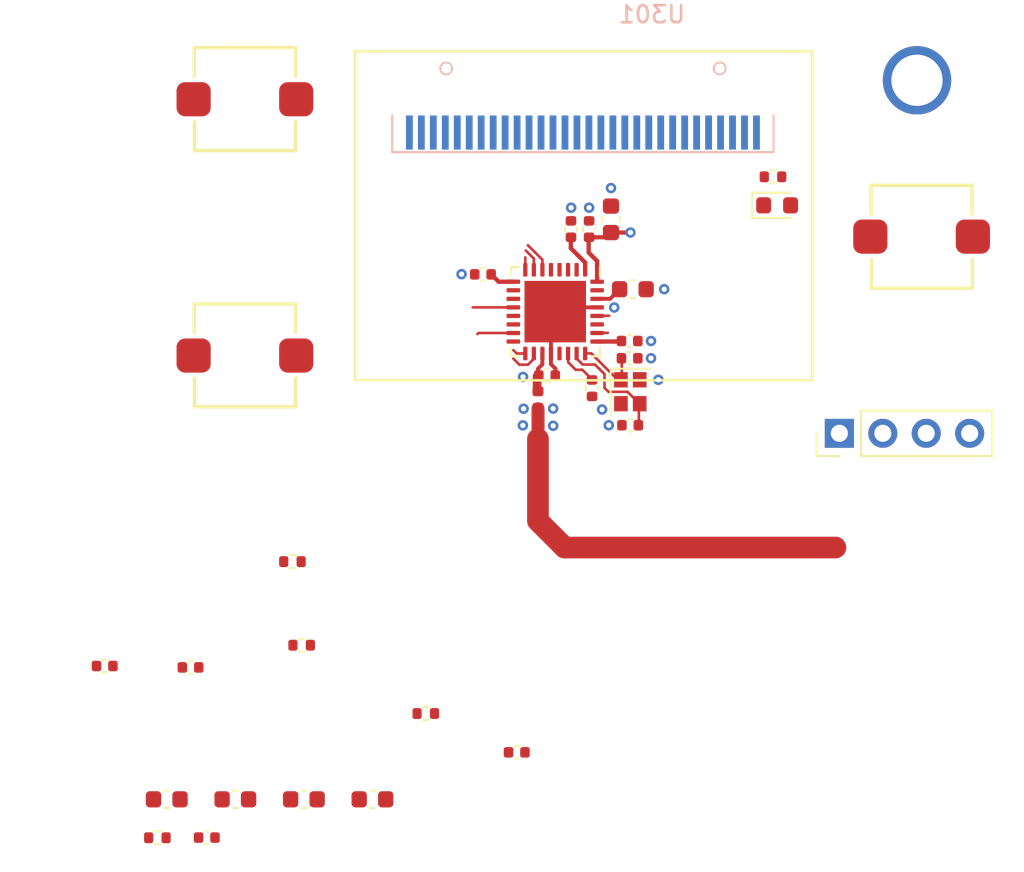
<source format=kicad_pcb>
(kicad_pcb (version 20211014) (generator pcbnew)
  (layers (0 "F.Cu" signal) (31 "B.Cu" signal) (34 "B.Paste" user) (35 "F.Paste" user) (36 "B.SilkS" user "B.Silkscreen") (37 "F.SilkS" user "F.Silkscreen") (38 "B.Mask" user) (39 "F.Mask" user) (44 "Edge.Cuts" user))
  (net 0 "")
  (net 1 "Earth")
  (net 2 "+BATT")
  (net 3 "BATT_LEVEL")
  (net 4 "Net-(C305-Pad1)")
  (net 5 "Net-(C305-Pad2)")
  (net 6 "Net-(C306-Pad1)")
  (net 7 "Net-(C306-Pad2)")
  (net 8 "Net-(C307-Pad1)")
  (net 9 "USR_LED")
  (net 10 "Net-(R201-Pad2)")
  (net 11 "/2_Microcontroller/SWDCLK")
  (net 12 "/2_Microcontroller/SWDIO")
  (net 13 "Net-(R301-Pad2)")
  (net 14 "Net-(R302-Pad1)")
  (net 15 "BTN_UP")
  (net 16 "BTN_RIGHT")
  (net 17 "BTN_LEFT")
  (net 18 "BTN_DOWN")
  (net 19 "BTN_OK")
  (net 23 "SDA")
  (net 24 "SCL")
  (net 25 "OLED_RST")
  (net 33 "/2_Microcontroller/ANT")
  (net 34 "/2_Microcontroller/DEC1")
  (net 35 "/2_Microcontroller/DEC3")
  (net 36 "/2_Microcontroller/DEC4")
  (net 37 "/2_Microcontroller/XC1")
  (net 38 "/2_Microcontroller/XC2")
  (net 39 "/2_Microcontroller/RF")
  (footprint "Capacitor_SMD:C_0603_1608Metric" (layer "F.Cu") (at 73.09 62.32)
    (fp_text reference "C307")
    (fp_text value "4u7_0603_X5R")
    (fp_line (start -0.14058 -0.51) (end 0.14058 -0.51) (layer "F.SilkS") (width 0.12))
    (fp_line (start -0.14058 0.51) (end 0.14058 0.51) (layer "F.SilkS") (width 0.12))
    (pad "1" smd roundrect (at -0.775 0) (size 0.9 0.95) (layers "F.Cu" "F.Paste" "F.Mask") (net 8 "Net-(C307-Pad1)"))
    (pad "2" smd roundrect (at 0.775 0) (size 0.9 0.95) (layers "F.Cu" "F.Paste" "F.Mask") (net 1 "Earth"))
  )
  (footprint "Capacitor_SMD:C_0402_1005Metric" (layer "F.Cu") (at 89.942 38.258 -90)
    (fp_text reference "C207")
    (fp_text value "100p_0402_X7R")
    (fp_line (start -0.107836 -0.36) (end 0.107836 -0.36) (layer "F.SilkS") (width 0.12))
    (fp_line (start -0.107836 0.36) (end 0.107836 0.36) (layer "F.SilkS") (width 0.12))
    (pad "1" smd roundrect (at -0.48 0 270) (size 0.56 0.62) (layers "F.Cu" "F.Paste" "F.Mask") (net 35 "/2_Microcontroller/DEC3"))
    (pad "2" smd roundrect (at 0.48 0 270) (size 0.56 0.62) (layers "F.Cu" "F.Paste" "F.Mask") (net 1 "Earth"))
  )
  (footprint "Resistor_SMD:R_0402_1005Metric" (layer "F.Cu") (at 100.528 25.888 180)
    (fp_text reference "R201")
    (fp_text value "2k2_0402_5%")
    (fp_line (start -0.153641 -0.38) (end 0.153641 -0.38) (layer "F.SilkS") (width 0.12))
    (fp_line (start -0.153641 0.38) (end 0.153641 0.38) (layer "F.SilkS") (width 0.12))
    (pad "1" smd roundrect (at -0.51 0 180) (size 0.54 0.64) (layers "F.Cu" "F.Paste" "F.Mask") (net 2 "+BATT"))
    (pad "2" smd roundrect (at 0.51 0 180) (size 0.54 0.64) (layers "F.Cu" "F.Paste" "F.Mask") (net 10 "Net-(R201-Pad2)"))
  )
  (footprint "Capacitor_SMD:C_0402_1005Metric" (layer "F.Cu") (at 61.44 54.52)
    (fp_text reference "C304")
    (fp_text value "100n_0402_X7R")
    (fp_line (start -0.107836 0.36) (end 0.107836 0.36) (layer "F.SilkS") (width 0.12))
    (fp_line (start -0.107836 -0.36) (end 0.107836 -0.36) (layer "F.SilkS") (width 0.12))
    (pad "1" smd roundrect (at -0.48 0) (size 0.56 0.62) (layers "F.Cu" "F.Paste" "F.Mask") (net 2 "+BATT"))
    (pad "2" smd roundrect (at 0.48 0) (size 0.56 0.62) (layers "F.Cu" "F.Paste" "F.Mask") (net 1 "Earth"))
  )
  (footprint "my_library:PUSH_BUTTON" (layer "F.Cu") (at 69.64 21.35 180)
    (fp_text reference "SW201")
    (fp_text value "PUSH_BUTTON")
    (fp_line (start 2.965 1.33) (end 2.965 3.02) (layer "F.SilkS") (width 0.2))
    (fp_line (start -2.945 3.02) (end -2.945 1.33) (layer "F.SilkS") (width 0.2))
    (fp_line (start 2.95 -3) (end 2.95 -1.31) (layer "F.SilkS") (width 0.2))
    (fp_line (start -2.94 -3) (end 2.95 -3) (layer "F.SilkS") (width 0.2))
    (fp_line (start 2.945 3.02) (end -2.945 3.02) (layer "F.SilkS") (width 0.2))
    (fp_line (start -2.96 -1.31) (end -2.96 -3) (layer "F.SilkS") (width 0.2))
    (pad "1" smd roundrect (at -3 0 180) (size 2 2) (layers "F.Cu" "F.Paste" "F.Mask") (net 15 "BTN_UP"))
    (pad "2" smd roundrect (at 3 0 180) (size 2 2) (layers "F.Cu" "F.Paste" "F.Mask") (net 1 "Earth"))
  )
  (footprint "Capacitor_SMD:C_0603_1608Metric" (layer "F.Cu") (at 91.052 28.378 90)
    (fp_text reference "C209")
    (fp_text value "4u7_0603_X5R")
    (fp_line (start -0.14058 0.51) (end 0.14058 0.51) (layer "F.SilkS") (width 0.12))
    (fp_line (start -0.14058 -0.51) (end 0.14058 -0.51) (layer "F.SilkS") (width 0.12))
    (pad "1" smd roundrect (at -0.775 0 90) (size 0.9 0.95) (layers "F.Cu" "F.Paste" "F.Mask") (net 2 "+BATT"))
    (pad "2" smd roundrect (at 0.775 0 90) (size 0.9 0.95) (layers "F.Cu" "F.Paste" "F.Mask") (net 1 "Earth"))
  )
  (footprint "Connector_PinHeader_2.54mm:PinHeader_1x04_P2.54mm_Vertical" (layer "F.Cu") (at 104.41 40.9 90)
    (fp_text reference "J201")
    (fp_text value "Conn_01x04")
    (fp_line (start -1.33 -1.33) (end 0 -1.33) (layer "F.SilkS") (width 0.12))
    (fp_line (start -1.33 8.95) (end 1.33 8.95) (layer "F.SilkS") (width 0.12))
    (fp_line (start 1.33 1.27) (end 1.33 8.95) (layer "F.SilkS") (width 0.12))
    (fp_line (start -1.33 1.27) (end -1.33 8.95) (layer "F.SilkS") (width 0.12))
    (fp_line (start -1.33 1.27) (end 1.33 1.27) (layer "F.SilkS") (width 0.12))
    (fp_line (start -1.33 0) (end -1.33 -1.33) (layer "F.SilkS") (width 0.12))
    (pad "1" thru_hole rect (at 0 0 90) (size 1.7 1.7) (drill 1) (layers *.Cu *.Mask) (net 2 "+BATT"))
    (pad "2" thru_hole oval (at 0 2.54 90) (size 1.7 1.7) (drill 1) (layers *.Cu *.Mask) (net 11 "/2_Microcontroller/SWDCLK"))
    (pad "3" thru_hole oval (at 0 5.08 90) (size 1.7 1.7) (drill 1) (layers *.Cu *.Mask) (net 12 "/2_Microcontroller/SWDIO"))
    (pad "4" thru_hole oval (at 0 7.62 90) (size 1.7 1.7) (drill 1) (layers *.Cu *.Mask) (net 1 "Earth"))
  )
  (footprint "Capacitor_SMD:C_0603_1608Metric" (layer "F.Cu") (at 77.1 62.32)
    (fp_text reference "C301")
    (fp_text value "4u7_0603_X5R")
    (fp_line (start -0.14058 0.51) (end 0.14058 0.51) (layer "F.SilkS") (width 0.12))
    (fp_line (start -0.14058 -0.51) (end 0.14058 -0.51) (layer "F.SilkS") (width 0.12))
    (pad "1" smd roundrect (at -0.775 0) (size 0.9 0.95) (layers "F.Cu" "F.Paste" "F.Mask") (net 2 "+BATT"))
    (pad "2" smd roundrect (at 0.775 0) (size 0.9 0.95) (layers "F.Cu" "F.Paste" "F.Mask") (net 1 "Earth"))
  )
  (footprint "Capacitor_SMD:C_0402_1005Metric" (layer "F.Cu") (at 85.54 59.57)
    (fp_text reference "C212")
    (fp_text value "100n_0402_X7R")
    (fp_line (start -0.107836 -0.36) (end 0.107836 -0.36) (layer "F.SilkS") (width 0.12))
    (fp_line (start -0.107836 0.36) (end 0.107836 0.36) (layer "F.SilkS") (width 0.12))
    (pad "1" smd roundrect (at -0.48 0) (size 0.56 0.62) (layers "F.Cu" "F.Paste" "F.Mask") (net 3 "BATT_LEVEL"))
    (pad "2" smd roundrect (at 0.48 0) (size 0.56 0.62) (layers "F.Cu" "F.Paste" "F.Mask") (net 1 "Earth"))
  )
  (footprint "my_library:PUSH_BUTTON" (layer "F.Cu") (at 109.22 29.39)
    (fp_text reference "SW205")
    (fp_text value "PUSH_BUTTON")
    (fp_line (start 2.965 1.33) (end 2.965 3.02) (layer "F.SilkS") (width 0.2))
    (fp_line (start -2.945 3.02) (end -2.945 1.33) (layer "F.SilkS") (width 0.2))
    (fp_line (start 2.95 -3) (end 2.95 -1.31) (layer "F.SilkS") (width 0.2))
    (fp_line (start 2.945 3.02) (end -2.945 3.02) (layer "F.SilkS") (width 0.2))
    (fp_line (start -2.94 -3) (end 2.95 -3) (layer "F.SilkS") (width 0.2))
    (fp_line (start -2.96 -1.31) (end -2.96 -3) (layer "F.SilkS") (width 0.2))
    (pad "1" smd roundrect (at -3 0) (size 2 2) (layers "F.Cu" "F.Paste" "F.Mask") (net 19 "BTN_OK"))
    (pad "2" smd roundrect (at 3 0) (size 2 2) (layers "F.Cu" "F.Paste" "F.Mask") (net 1 "Earth"))
  )
  (footprint "Capacitor_SMD:C_0402_1005Metric" (layer "F.Cu") (at 92.142 35.498)
    (fp_text reference "C211")
    (fp_text value "100n_0402_X7R")
    (fp_line (start -0.107836 0.36) (end 0.107836 0.36) (layer "F.SilkS") (width 0.12))
    (fp_line (start -0.107836 -0.36) (end 0.107836 -0.36) (layer "F.SilkS") (width 0.12))
    (pad "1" smd roundrect (at -0.48 0) (size 0.56 0.62) (layers "F.Cu" "F.Paste" "F.Mask") (net 2 "+BATT"))
    (pad "2" smd roundrect (at 0.48 0) (size 0.56 0.62) (layers "F.Cu" "F.Paste" "F.Mask") (net 1 "Earth"))
  )
  (footprint "Resistor_SMD:R_0402_1005Metric" (layer "F.Cu") (at 72.42 48.41)
    (fp_text reference "R202")
    (fp_text value "200k_0402_1%")
    (fp_line (start -0.153641 -0.38) (end 0.153641 -0.38) (layer "F.SilkS") (width 0.12))
    (fp_line (start -0.153641 0.38) (end 0.153641 0.38) (layer "F.SilkS") (width 0.12))
    (pad "1" smd roundrect (at -0.51 0) (size 0.54 0.64) (layers "F.Cu" "F.Paste" "F.Mask") (net 2 "+BATT"))
    (pad "2" smd roundrect (at 0.51 0) (size 0.54 0.64) (layers "F.Cu" "F.Paste" "F.Mask") (net 3 "BATT_LEVEL"))
  )
  (footprint "Crystal:Crystal_SMD_2016-4Pin_2.0x1.6mm" (layer "F.Cu") (at 92.182 38.468 -90)
    (fp_text reference "X201")
    (fp_text value "32MHz_2016")
    (fp_line (start -1.35 -1.15) (end -1.35 1.15) (layer "F.SilkS") (width 0.12))
    (fp_line (start -1.35 1.15) (end 1.35 1.15) (layer "F.SilkS") (width 0.12))
    (pad "1" smd rect (at -0.7 0.55 270) (size 0.9 0.8) (layers "F.Cu" "F.Paste" "F.Mask") (net 38 "/2_Microcontroller/XC2"))
    (pad "2" smd rect (at 0.7 0.55 270) (size 0.9 0.8) (layers "F.Cu" "F.Paste" "F.Mask") (net 1 "Earth"))
    (pad "3" smd rect (at 0.7 -0.55 270) (size 0.9 0.8) (layers "F.Cu" "F.Paste" "F.Mask") (net 37 "/2_Microcontroller/XC1"))
    (pad "4" smd rect (at -0.7 -0.55 270) (size 0.9 0.8) (layers "F.Cu" "F.Paste" "F.Mask") (net 1 "Earth"))
  )
  (footprint "Capacitor_SMD:C_0402_1005Metric" (layer "F.Cu") (at 83.562 31.598 180)
    (fp_text reference "C205")
    (fp_text value "100n_0402_X7R")
    (fp_line (start -0.107836 -0.36) (end 0.107836 -0.36) (layer "F.SilkS") (width 0.12))
    (fp_line (start -0.107836 0.36) (end 0.107836 0.36) (layer "F.SilkS") (width 0.12))
    (pad "1" smd roundrect (at -0.48 0 180) (size 0.56 0.62) (layers "F.Cu" "F.Paste" "F.Mask") (net 2 "+BATT"))
    (pad "2" smd roundrect (at 0.48 0 180) (size 0.56 0.62) (layers "F.Cu" "F.Paste" "F.Mask") (net 1 "Earth"))
  )
  (footprint "Capacitor_SMD:C_0402_1005Metric" (layer "F.Cu") (at 66.46 54.6)
    (fp_text reference "C303")
    (fp_text value "100n_0402_X7R")
    (fp_line (start -0.107836 -0.36) (end 0.107836 -0.36) (layer "F.SilkS") (width 0.12))
    (fp_line (start -0.107836 0.36) (end 0.107836 0.36) (layer "F.SilkS") (width 0.12))
    (pad "1" smd roundrect (at -0.48 0) (size 0.56 0.62) (layers "F.Cu" "F.Paste" "F.Mask") (net 2 "+BATT"))
    (pad "2" smd roundrect (at 0.48 0) (size 0.56 0.62) (layers "F.Cu" "F.Paste" "F.Mask") (net 1 "Earth"))
  )
  (footprint "Capacitor_SMD:C_0402_1005Metric" (layer "F.Cu") (at 67.41 64.56)
    (fp_text reference "C302")
    (fp_text value "100n_0402_X7R")
    (fp_line (start -0.107836 0.36) (end 0.107836 0.36) (layer "F.SilkS") (width 0.12))
    (fp_line (start -0.107836 -0.36) (end 0.107836 -0.36) (layer "F.SilkS") (width 0.12))
    (pad "1" smd roundrect (at -0.48 0) (size 0.56 0.62) (layers "F.Cu" "F.Paste" "F.Mask") (net 2 "+BATT"))
    (pad "2" smd roundrect (at 0.48 0) (size 0.56 0.62) (layers "F.Cu" "F.Paste" "F.Mask") (net 1 "Earth"))
  )
  (footprint "LED_SMD:LED_0603_1608Metric" (layer "F.Cu") (at 100.768 27.558)
    (fp_text reference "D201")
    (fp_text value "LED_blue_0603")
    (fp_line (start -1.485 -0.735) (end -1.485 0.735) (layer "F.SilkS") (width 0.12))
    (fp_line (start -1.485 0.735) (end 0.8 0.735) (layer "F.SilkS") (width 0.12))
    (fp_line (start 0.8 -0.735) (end -1.485 -0.735) (layer "F.SilkS") (width 0.12))
    (pad "1" smd roundrect (at -0.7875 0) (size 0.875 0.95) (layers "F.Cu" "F.Paste" "F.Mask") (net 9 "USR_LED"))
    (pad "2" smd roundrect (at 0.7875 0) (size 0.875 0.95) (layers "F.Cu" "F.Paste" "F.Mask") (net 10 "Net-(R201-Pad2)"))
  )
  (footprint "Resistor_SMD:R_0402_1005Metric" (layer "F.Cu") (at 64.52 64.57)
    (fp_text reference "R302")
    (fp_text value "910k_0402_1%")
    (fp_line (start -0.153641 0.38) (end 0.153641 0.38) (layer "F.SilkS") (width 0.12))
    (fp_line (start -0.153641 -0.38) (end 0.153641 -0.38) (layer "F.SilkS") (width 0.12))
    (pad "1" smd roundrect (at -0.51 0) (size 0.54 0.64) (layers "F.Cu" "F.Paste" "F.Mask") (net 14 "Net-(R302-Pad1)"))
    (pad "2" smd roundrect (at 0.51 0) (size 0.54 0.64) (layers "F.Cu" "F.Paste" "F.Mask") (net 1 "Earth"))
  )
  (footprint "my_library:PUSH_BUTTON" (layer "F.Cu") (at 69.64 36.35 180)
    (fp_text reference "SW204")
    (fp_text value "PUSH_BUTTON")
    (fp_line (start -2.94 -3) (end 2.95 -3) (layer "F.SilkS") (width 0.2))
    (fp_line (start 2.945 3.02) (end -2.945 3.02) (layer "F.SilkS") (width 0.2))
    (fp_line (start 2.965 1.33) (end 2.965 3.02) (layer "F.SilkS") (width 0.2))
    (fp_line (start -2.945 3.02) (end -2.945 1.33) (layer "F.SilkS") (width 0.2))
    (fp_line (start -2.96 -1.31) (end -2.96 -3) (layer "F.SilkS") (width 0.2))
    (fp_line (start 2.95 -3) (end 2.95 -1.31) (layer "F.SilkS") (width 0.2))
    (pad "1" smd roundrect (at -3 0 180) (size 2 2) (layers "F.Cu" "F.Paste" "F.Mask") (net 18 "BTN_DOWN"))
    (pad "2" smd roundrect (at 3 0 180) (size 2 2) (layers "F.Cu" "F.Paste" "F.Mask") (net 1 "Earth"))
  )
  (footprint "Resistor_SMD:R_0402_1005Metric" (layer "F.Cu") (at 80.22 57.3)
    (fp_text reference "R301")
    (fp_text value "2k2_0402_5%")
    (fp_line (start -0.153641 -0.38) (end 0.153641 -0.38) (layer "F.SilkS") (width 0.12))
    (fp_line (start -0.153641 0.38) (end 0.153641 0.38) (layer "F.SilkS") (width 0.12))
    (pad "1" smd roundrect (at -0.51 0) (size 0.54 0.64) (layers "F.Cu" "F.Paste" "F.Mask") (net 2 "+BATT"))
    (pad "2" smd roundrect (at 0.51 0) (size 0.54 0.64) (layers "F.Cu" "F.Paste" "F.Mask") (net 13 "Net-(R301-Pad2)"))
  )
  (footprint "my_library:nrf52_antenna" (layer "F.Cu") (at 86.780005 41.234976 -90)
    (fp_text reference "ANT201")
    (fp_text value "board_antenna")
    (fp_line (start 0 0) (end 4.689 0) (layer "F.Cu") (width 1.27))
    (fp_line (start 4.791 0) (end 6.35 -1.559) (layer "F.Cu") (width 1.27))
    (fp_line (start 6.35 -1.559) (end 6.35 -17.4) (layer "F.Cu") (width 1.27))
    (pad "1" smd roundrect (at 0 0 270) (size 0.5 0.5) (layers "F.Cu") (roundrect_rratio 0.5) (net 33 "/2_Microcontroller/ANT"))
  )
  (footprint "Capacitor_SMD:C_0603_1608Metric" (layer "F.Cu") (at 92.332 32.468)
    (fp_text reference "C210")
    (fp_text value "1u_0603_X7R")
    (fp_line (start -0.14058 -0.51) (end 0.14058 -0.51) (layer "F.SilkS") (width 0.12))
    (fp_line (start -0.14058 0.51) (end 0.14058 0.51) (layer "F.SilkS") (width 0.12))
    (pad "1" smd roundrect (at -0.775 0) (size 0.9 0.95) (layers "F.Cu" "F.Paste" "F.Mask") (net 36 "/2_Microcontroller/DEC4"))
    (pad "2" smd roundrect (at 0.775 0) (size 0.9 0.95) (layers "F.Cu" "F.Paste" "F.Mask") (net 1 "Earth"))
  )
  (footprint "Capacitor_SMD:C_0402_1005Metric" (layer "F.Cu") (at 89.772 28.948 90)
    (fp_text reference "C208")
    (fp_text value "100n_0402_X7R")
    (fp_line (start -0.107836 -0.36) (end 0.107836 -0.36) (layer "F.SilkS") (width 0.12))
    (fp_line (start -0.107836 0.36) (end 0.107836 0.36) (layer "F.SilkS") (width 0.12))
    (pad "1" smd roundrect (at -0.48 0 90) (size 0.56 0.62) (layers "F.Cu" "F.Paste" "F.Mask") (net 2 "+BATT"))
    (pad "2" smd roundrect (at 0.48 0 90) (size 0.56 0.62) (layers "F.Cu" "F.Paste" "F.Mask") (net 1 "Earth"))
  )
  (footprint "Capacitor_SMD:C_0603_1608Metric" (layer "F.Cu") (at 69.08 62.32)
    (fp_text reference "C306")
    (fp_text value "1u_0603_X7R")
    (fp_line (start -0.14058 -0.51) (end 0.14058 -0.51) (layer "F.SilkS") (width 0.12))
    (fp_line (start -0.14058 0.51) (end 0.14058 0.51) (layer "F.SilkS") (width 0.12))
    (pad "1" smd roundrect (at -0.775 0) (size 0.9 0.95) (layers "F.Cu" "F.Paste" "F.Mask") (net 6 "Net-(C306-Pad1)"))
    (pad "2" smd roundrect (at 0.775 0) (size 0.9 0.95) (layers "F.Cu" "F.Paste" "F.Mask") (net 7 "Net-(C306-Pad2)"))
  )
  (footprint "Capacitor_SMD:C_0402_1005Metric" (layer "F.Cu") (at 88.712 28.948 90)
    (fp_text reference "C204")
    (fp_text value "100n_0402_X7R")
    (fp_line (start -0.107836 0.36) (end 0.107836 0.36) (layer "F.SilkS") (width 0.12))
    (fp_line (start -0.107836 -0.36) (end 0.107836 -0.36) (layer "F.SilkS") (width 0.12))
    (pad "1" smd roundrect (at -0.48 0 90) (size 0.56 0.62) (layers "F.Cu" "F.Paste" "F.Mask") (net 34 "/2_Microcontroller/DEC1"))
    (pad "2" smd roundrect (at 0.48 0 90) (size 0.56 0.62) (layers "F.Cu" "F.Paste" "F.Mask") (net 1 "Earth"))
  )
  (footprint "Inductor_SMD:L_0402_1005Metric" (layer "F.Cu") (at 86.780005 38.924976 90)
    (fp_text reference "L201")
    (fp_text value "3n9_0402_HF")
    (pad "1" smd roundrect (at -0.485 0 90) (size 0.59 0.64) (layers "F.Cu" "F.Paste" "F.Mask") (net 33 "/2_Microcontroller/ANT"))
    (pad "2" smd roundrect (at 0.485 0 90) (size 0.59 0.64) (layers "F.Cu" "F.Paste" "F.Mask") (net 39 "/2_Microcontroller/RF"))
  )
  (footprint "Capacitor_SMD:C_0402_1005Metric" (layer "F.Cu") (at 87.310005 37.514976)
    (fp_text reference "C203")
    (fp_text value "0p8_0402_NP0")
    (fp_line (start -0.107836 0.36) (end 0.107836 0.36) (layer "F.SilkS") (width 0.12))
    (fp_line (start -0.107836 -0.36) (end 0.107836 -0.36) (layer "F.SilkS") (width 0.12))
    (pad "1" smd roundrect (at -0.48 0) (size 0.56 0.62) (layers "F.Cu" "F.Paste" "F.Mask") (net 39 "/2_Microcontroller/RF"))
    (pad "2" smd roundrect (at 0.48 0) (size 0.56 0.62) (layers "F.Cu" "F.Paste" "F.Mask") (net 1 "Earth"))
  )
  (footprint "Capacitor_SMD:C_0402_1005Metric" (layer "F.Cu") (at 92.172 40.428)
    (fp_text reference "C201")
    (fp_text value "20p_0402_NP0")
    (fp_line (start -0.107836 0.36) (end 0.107836 0.36) (layer "F.SilkS") (width 0.12))
    (fp_line (start -0.107836 -0.36) (end 0.107836 -0.36) (layer "F.SilkS") (width 0.12))
    (pad "1" smd roundrect (at -0.48 0) (size 0.56 0.62) (layers "F.Cu" "F.Paste" "F.Mask") (net 1 "Earth"))
    (pad "2" smd roundrect (at 0.48 0) (size 0.56 0.62) (layers "F.Cu" "F.Paste" "F.Mask") (net 37 "/2_Microcontroller/XC1"))
  )
  (footprint "Capacitor_SMD:C_0603_1608Metric" (layer "F.Cu") (at 65.07 62.32)
    (fp_text reference "C305")
    (fp_text value "1u_0603_X7R")
    (fp_line (start -0.14058 -0.51) (end 0.14058 -0.51) (layer "F.SilkS") (width 0.12))
    (fp_line (start -0.14058 0.51) (end 0.14058 0.51) (layer "F.SilkS") (width 0.12))
    (pad "1" smd roundrect (at -0.775 0) (size 0.9 0.95) (layers "F.Cu" "F.Paste" "F.Mask") (net 4 "Net-(C305-Pad1)"))
    (pad "2" smd roundrect (at 0.775 0) (size 0.9 0.95) (layers "F.Cu" "F.Paste" "F.Mask") (net 5 "Net-(C305-Pad2)"))
  )
  (footprint "Package_DFN_QFN:QFN-32-1EP_5x5mm_P0.5mm_EP3.6x3.6mm" (layer "F.Cu") (at 87.79 33.78 -90)
    (fp_text reference "U201")
    (fp_text value "nRF52810-QCAA-R")
    (fp_line (start -2.135 2.61) (end -2.61 2.61) (layer "F.SilkS") (width 0.12))
    (fp_line (start 2.61 -2.61) (end 2.61 -2.135) (layer "F.SilkS") (width 0.12))
    (fp_line (start -2.61 2.61) (end -2.61 2.135) (layer "F.SilkS") (width 0.12))
    (fp_line (start 2.135 -2.61) (end 2.61 -2.61) (layer "F.SilkS") (width 0.12))
    (fp_line (start 2.61 2.61) (end 2.61 2.135) (layer "F.SilkS") (width 0.12))
    (fp_line (start -2.135 -2.61) (end -2.61 -2.61) (layer "F.SilkS") (width 0.12))
    (fp_line (start 2.135 2.61) (end 2.61 2.61) (layer "F.SilkS") (width 0.12))
    (pad "1" smd roundrect (at -2.45 -1.75 270) (size 0.8 0.25) (layers "F.Cu" "F.Paste" "F.Mask") (net 34 "/2_Microcontroller/DEC1"))
    (pad "2" smd roundrect (at -2.45 -1.25 270) (size 0.8 0.25) (layers "F.Cu" "F.Paste" "F.Mask"))
    (pad "3" smd roundrect (at -2.45 -0.75 270) (size 0.8 0.25) (layers "F.Cu" "F.Paste" "F.Mask"))
    (pad "4" smd roundrect (at -2.45 -0.25 270) (size 0.8 0.25) (layers "F.Cu" "F.Paste" "F.Mask"))
    (pad "5" smd roundrect (at -2.45 0.25 270) (size 0.8 0.25) (layers "F.Cu" "F.Paste" "F.Mask") (net 23 "SDA"))
    (pad "6" smd roundrect (at -2.45 0.75 270) (size 0.8 0.25) (layers "F.Cu" "F.Paste" "F.Mask") (net 24 "SCL"))
    (pad "7" smd roundrect (at -2.45 1.25 270) (size 0.8 0.25) (layers "F.Cu" "F.Paste" "F.Mask") (net 25 "OLED_RST"))
    (pad "8" smd roundrect (at -2.45 1.75 270) (size 0.8 0.25) (layers "F.Cu" "F.Paste" "F.Mask") (net 9 "USR_LED"))
    (pad "9" smd roundrect (at -1.75 2.45 270) (size 0.25 0.8) (layers "F.Cu" "F.Paste" "F.Mask") (net 2 "+BATT"))
    (pad "10" smd roundrect (at -1.25 2.45 270) (size 0.25 0.8) (layers "F.Cu" "F.Paste" "F.Mask"))
    (pad "11" smd roundrect (at -0.75 2.45 270) (size 0.25 0.8) (layers "F.Cu" "F.Paste" "F.Mask"))
    (pad "12" smd roundrect (at -0.25 2.45 270) (size 0.25 0.8) (layers "F.Cu" "F.Paste" "F.Mask") (net 15 "BTN_UP"))
    (pad "13" smd roundrect (at 0.25 2.45 270) (size 0.25 0.8) (layers "F.Cu" "F.Paste" "F.Mask") (net 16 "BTN_RIGHT"))
    (pad "14" smd roundrect (at 0.75 2.45 270) (size 0.25 0.8) (layers "F.Cu" "F.Paste" "F.Mask") (net 17 "BTN_LEFT"))
    (pad "15" smd roundrect (at 1.25 2.45 270) (size 0.25 0.8) (layers "F.Cu" "F.Paste" "F.Mask") (net 18 "BTN_DOWN"))
    (pad "16" smd roundrect (at 1.75 2.45 270) (size 0.25 0.8) (layers "F.Cu" "F.Paste" "F.Mask"))
    (pad "17" smd roundrect (at 2.45 1.75 270) (size 0.8 0.25) (layers "F.Cu" "F.Paste" "F.Mask") (net 11 "/2_Microcontroller/SWDCLK"))
    (pad "18" smd roundrect (at 2.45 1.25 270) (size 0.8 0.25) (layers "F.Cu" "F.Paste" "F.Mask") (net 12 "/2_Microcontroller/SWDIO"))
    (pad "19" smd roundrect (at 2.45 0.75 270) (size 0.8 0.25) (layers "F.Cu" "F.Paste" "F.Mask") (net 39 "/2_Microcontroller/RF"))
    (pad "20" smd roundrect (at 2.45 0.25 270) (size 0.8 0.25) (layers "F.Cu" "F.Paste" "F.Mask") (net 1 "Earth"))
    (pad "21" smd roundrect (at 2.45 -0.25 270) (size 0.8 0.25) (layers "F.Cu" "F.Paste" "F.Mask"))
    (pad "22" smd roundrect (at 2.45 -0.75 270) (size 0.8 0.25) (layers "F.Cu" "F.Paste" "F.Mask") (net 35 "/2_Microcontroller/DEC3"))
    (pad "23" smd roundrect (at 2.45 -1.25 270) (size 0.8 0.25) (layers "F.Cu" "F.Paste" "F.Mask") (net 37 "/2_Microcontroller/XC1"))
    (pad "24" smd roundrect (at 2.45 -1.75 270) (size 0.8 0.25) (layers "F.Cu" "F.Paste" "F.Mask") (net 38 "/2_Microcontroller/XC2"))
    (pad "25" smd roundrect (at 1.75 -2.45 270) (size 0.25 0.8) (layers "F.Cu" "F.Paste" "F.Mask") (net 2 "+BATT"))
    (pad "26" smd roundrect (at 1.25 -2.45 270) (size 0.25 0.8) (layers "F.Cu" "F.Paste" "F.Mask") (net 3 "BATT_LEVEL"))
    (pad "27" smd roundrect (at 0.75 -2.45 270) (size 0.25 0.8) (layers "F.Cu" "F.Paste" "F.Mask"))
    (pad "28" smd roundrect (at 0.25 -2.45 270) (size 0.25 0.8) (layers "F.Cu" "F.Paste" "F.Mask") (net 19 "BTN_OK"))
    (pad "29" smd roundrect (at -0.25 -2.45 270) (size 0.25 0.8) (layers "F.Cu" "F.Paste" "F.Mask") (net 1 "Earth"))
    (pad "30" smd roundrect (at -0.75 -2.45 270) (size 0.25 0.8) (layers "F.Cu" "F.Paste" "F.Mask") (net 36 "/2_Microcontroller/DEC4"))
    (pad "31" smd roundrect (at -1.25 -2.45 270) (size 0.25 0.8) (layers "F.Cu" "F.Paste" "F.Mask"))
    (pad "32" smd roundrect (at -1.75 -2.45 270) (size 0.25 0.8) (layers "F.Cu" "F.Paste" "F.Mask") (net 2 "+BATT"))
    (pad "33" smd rect (at 0 0 270) (size 3.6 3.6) (layers "F.Cu" "F.Mask") (net 1 "Earth"))
  )
  (footprint "Capacitor_SMD:C_0402_1005Metric" (layer "F.Cu") (at 92.142 36.508 180)
    (fp_text reference "C202")
    (fp_text value "20p_0402_NP0")
    (fp_line (start -0.107836 -0.36) (end 0.107836 -0.36) (layer "F.SilkS") (width 0.12))
    (fp_line (start -0.107836 0.36) (end 0.107836 0.36) (layer "F.SilkS") (width 0.12))
    (pad "1" smd roundrect (at -0.48 0 180) (size 0.56 0.62) (layers "F.Cu" "F.Paste" "F.Mask") (net 1 "Earth"))
    (pad "2" smd roundrect (at 0.48 0 180) (size 0.56 0.62) (layers "F.Cu" "F.Paste" "F.Mask") (net 38 "/2_Microcontroller/XC2"))
  )
  (footprint "Resistor_SMD:R_0402_1005Metric" (layer "F.Cu") (at 72.96 53.3)
    (fp_text reference "R203")
    (fp_text value "100k_0402_1%")
    (fp_line (start -0.153641 0.38) (end 0.153641 0.38) (layer "F.SilkS") (width 0.12))
    (fp_line (start -0.153641 -0.38) (end 0.153641 -0.38) (layer "F.SilkS") (width 0.12))
    (pad "1" smd roundrect (at -0.51 0) (size 0.54 0.64) (layers "F.Cu" "F.Paste" "F.Mask") (net 3 "BATT_LEVEL"))
    (pad "2" smd roundrect (at 0.51 0) (size 0.54 0.64) (layers "F.Cu" "F.Paste" "F.Mask") (net 1 "Earth"))
  )
  (footprint "my_library:OLED" (layer "B.Cu") (at 89.43 20.31 180)
    (fp_text reference "U301" (at -4.01 3.92 unlocked) (layer "B.SilkS") (effects (justify mirror)))
    (fp_text value "OLED_128x64_0.96in")
    (fp_line (start 11.17 -4.14) (end 11.17 -1.99) (layer "B.SilkS") (width 0.12))
    (fp_line (start -11.13 -1.99) (end -11.13 -4.14) (layer "B.SilkS") (width 0.12))
    (fp_line (start -11.13 -4.14) (end 11.17 -4.14) (layer "B.SilkS") (width 0.12))
    (fp_circle (center 8.02 0.76) (end 8.37 0.76) (layer "B.SilkS") (width 0.1) (fill none))
    (fp_circle (center -7.98 0.76) (end -7.63 0.76) (layer "B.SilkS") (width 0.1) (fill none))
    (pad "1" smd rect (at -10.13 -2.99 180) (size 0.4 2) (layers "B.Cu" "B.Paste" "B.Mask") (net 1 "Earth"))
    (pad "2" smd rect (at -9.43 -2.99 180) (size 0.4 2) (layers "B.Cu" "B.Paste" "B.Mask") (net 4 "Net-(C305-Pad1)"))
    (pad "3" smd rect (at -8.73 -2.99 180) (size 0.4 2) (layers "B.Cu" "B.Paste" "B.Mask") (net 5 "Net-(C305-Pad2)"))
    (pad "4" smd rect (at -8.03 -2.99 180) (size 0.4 2) (layers "B.Cu" "B.Paste" "B.Mask") (net 6 "Net-(C306-Pad1)"))
    (pad "5" smd rect (at -7.33 -2.99 180) (size 0.4 2) (layers "B.Cu" "B.Paste" "B.Mask") (net 7 "Net-(C306-Pad2)"))
    (pad "6" smd rect (at -6.63 -2.99 180) (size 0.4 2) (layers "B.Cu" "B.Paste" "B.Mask") (net 2 "+BATT"))
    (pad "7" smd rect (at -5.93 -2.99 180) (size 0.4 2) (layers "B.Cu" "B.Paste" "B.Mask"))
    (pad "8" smd rect (at -5.23 -2.99 180) (size 0.4 2) (layers "B.Cu" "B.Paste" "B.Mask") (net 1 "Earth"))
    (pad "9" smd rect (at -4.53 -2.99 180) (size 0.4 2) (layers "B.Cu" "B.Paste" "B.Mask") (net 2 "+BATT"))
    (pad "10" smd rect (at -3.83 -2.99 180) (size 0.4 2) (layers "B.Cu" "B.Paste" "B.Mask") (net 1 "Earth"))
    (pad "11" smd rect (at -3.13 -2.99 180) (size 0.4 2) (layers "B.Cu" "B.Paste" "B.Mask") (net 13 "Net-(R301-Pad2)"))
    (pad "12" smd rect (at -2.43 -2.99 180) (size 0.4 2) (layers "B.Cu" "B.Paste" "B.Mask") (net 1 "Earth"))
    (pad "13" smd rect (at -1.73 -2.99 180) (size 0.4 2) (layers "B.Cu" "B.Paste" "B.Mask") (net 1 "Earth"))
    (pad "14" smd rect (at -1.03 -2.99 180) (size 0.4 2) (layers "B.Cu" "B.Paste" "B.Mask") (net 25 "OLED_RST"))
    (pad "15" smd rect (at -0.33 -2.99 180) (size 0.4 2) (layers "B.Cu" "B.Paste" "B.Mask") (net 1 "Earth"))
    (pad "16" smd rect (at 0.37 -2.99 180) (size 0.4 2) (layers "B.Cu" "B.Paste" "B.Mask") (net 1 "Earth"))
    (pad "17" smd rect (at 1.07 -2.99 180) (size 0.4 2) (layers "B.Cu" "B.Paste" "B.Mask") (net 1 "Earth"))
    (pad "18" smd rect (at 1.77 -2.99 180) (size 0.4 2) (layers "B.Cu" "B.Paste" "B.Mask") (net 24 "SCL"))
    (pad "19" smd rect (at 2.47 -2.99 180) (size 0.4 2) (layers "B.Cu" "B.Paste" "B.Mask") (net 23 "SDA"))
    (pad "20" smd rect (at 3.17 -2.99 180) (size 0.4 2) (layers "B.Cu" "B.Paste" "B.Mask") (net 23 "SDA"))
    (pad "21" smd rect (at 3.87 -2.99 180) (size 0.4 2) (layers "B.Cu" "B.Paste" "B.Mask") (net 1 "Earth"))
    (pad "22" smd rect (at 4.57 -2.99 180) (size 0.4 2) (layers "B.Cu" "B.Paste" "B.Mask") (net 1 "Earth"))
    (pad "23" smd rect (at 5.27 -2.99 180) (size 0.4 2) (layers "B.Cu" "B.Paste" "B.Mask") (net 1 "Earth"))
    (pad "24" smd rect (at 5.97 -2.99 180) (size 0.4 2) (layers "B.Cu" "B.Paste" "B.Mask") (net 1 "Earth"))
    (pad "25" smd rect (at 6.67 -2.99 180) (size 0.4 2) (layers "B.Cu" "B.Paste" "B.Mask") (net 1 "Earth"))
    (pad "26" smd rect (at 7.37 -2.99 180) (size 0.4 2) (layers "B.Cu" "B.Paste" "B.Mask") (net 14 "Net-(R302-Pad1)"))
    (pad "27" smd rect (at 8.07 -2.99 180) (size 0.4 2) (layers "B.Cu" "B.Paste" "B.Mask") (net 8 "Net-(C307-Pad1)"))
    (pad "28" smd rect (at 8.77 -2.99 180) (size 0.4 2) (layers "B.Cu" "B.Paste" "B.Mask") (net 2 "+BATT"))
    (pad "29" smd rect (at 9.47 -2.99 180) (size 0.4 2) (layers "B.Cu" "B.Paste" "B.Mask") (net 1 "Earth"))
    (pad "30" smd rect (at 10.17 -2.99 180) (size 0.4 2) (layers "B.Cu" "B.Paste" "B.Mask") (net 1 "Earth"))
  )
  (gr_rect (start 76.085 18.55) (end 102.815 37.8) (layer "F.SilkS") (width 0.15) (fill none))
  (segment (start 87.54 34.554981) (end 87.54 36.856048) (width 0.2286) (layer "F.Cu") (net 1))
  (segment (start 87.54 36.856048) (end 87.799982 37.11603) (width 0.2286) (layer "F.Cu") (net 1))
  (segment (start 87.799982 37.11603) (end 87.799982 37.460998) (width 0.2286) (layer "F.Cu") (net 1))
  (segment (start 88.039978 33.530021) (end 90.239999 33.530021) (width 0.2286) (layer "F.Cu") (net 1))
  (segment (start 87.550005 34.544976) (end 87.54 34.554981) (width 0.2286) (layer "F.Cu") (net 1))
  (via (at 85.907163 37.600678) (size 0.6096) (drill 0.3048) (layers "F.Cu" "B.Cu") (net 1))
  (via (at 93.822 37.768) (size 0.6096) (drill 0.3048) (layers "F.Cu" "B.Cu") (net 1))
  (via (at 93.392 35.498) (size 0.6096) (drill 0.3048) (layers "F.Cu" "B.Cu") (net 1))
  (via (at 93.392 36.508) (size 0.6096) (drill 0.3048) (layers "F.Cu" "B.Cu") (net 1))
  (via (at 108.95 20.24) (size 4) (drill 3) (layers "F.Cu" "B.Cu") (net 1))
  (via (at 89.772 27.698) (size 0.6096) (drill 0.3048) (layers "F.Cu" "B.Cu") (net 1))
  (via (at 90.532 39.508) (size 0.6096) (drill 0.3048) (layers "F.Cu" "B.Cu") (net 1))
  (via (at 88.722 27.698) (size 0.6096) (drill 0.3048) (layers "F.Cu" "B.Cu") (net 1))
  (via (at 90.922 40.428) (size 0.6096) (drill 0.3048) (layers "F.Cu" "B.Cu") (net 1))
  (via (at 94.162 32.468) (size 0.6096) (drill 0.3048) (layers "F.Cu" "B.Cu") (net 1))
  (via (at 91.242 33.538) (size 0.6096) (drill 0.3048) (layers "F.Cu" "B.Cu") (net 1))
  (via (at 91.052 26.548) (size 0.6096) (drill 0.3048) (layers "F.Cu" "B.Cu") (net 1))
  (via (at 82.312 31.588) (size 0.6096) (drill 0.3048) (layers "F.Cu" "B.Cu") (net 1))
  (via (at 87.668502 40.460681) (size 0.6096) (drill 0.3048) (layers "F.Cu" "B.Cu") (net 1))
  (via (at 85.940554 39.462887) (size 0.6096) (drill 0.3048) (layers "F.Cu" "B.Cu") (net 1))
  (via (at 85.897902 40.435449) (size 0.6096) (drill 0.3048) (layers "F.Cu" "B.Cu") (net 1))
  (via (at 87.668456 39.454319) (size 0.6096) (drill 0.3048) (layers "F.Cu" "B.Cu") (net 1))
  (segment (start 89.772 29.428) (end 90.777 29.428) (width 0.25) (layer "F.Cu") (net 2))
  (segment (start 89.745791 30.325607) (end 90.239999 30.819815) (width 0.254) (layer "F.Cu") (net 2))
  (segment (start 84.482581 32.029998) (end 85.339983 32.029998) (width 0.254) (layer "F.Cu") (net 2))
  (segment (start 90.239999 30.819815) (end 90.239999 32.029998) (width 0.254) (layer "F.Cu") (net 2))
  (segment (start 91.612 35.528) (end 91.642 35.498) (width 0.254) (layer "F.Cu") (net 2))
  (segment (start 92.187 29.153) (end 92.19 29.15) (width 0.25) (layer "F.Cu") (net 2))
  (segment (start 91.052 29.153) (end 92.187 29.153) (width 0.25) (layer "F.Cu") (net 2))
  (segment (start 90.258001 35.528) (end 91.277201 35.528) (width 0.254) (layer "F.Cu") (net 2))
  (segment (start 89.745791 29.451207) (end 89.745791 30.325607) (width 0.254) (layer "F.Cu") (net 2))
  (segment (start 91.277201 35.528) (end 91.612 35.528) (width 0.254) (layer "F.Cu") (net 2))
  (segment (start 90.777 29.428) (end 91.052 29.153) (width 0.25) (layer "F.Cu") (net 2))
  (segment (start 84.20059 31.748007) (end 84.482581 32.029998) (width 0.254) (layer "F.Cu") (net 2))
  (via (at 92.19 29.15) (size 0.6096) (drill 0.3048) (layers "F.Cu" "B.Cu") (net 2))
  (segment (start 90.25 35.02) (end 90.867233 35.02) (width 0.1524) (layer "F.Cu") (net 3))
  (segment (start 86.039982 30.605858) (end 86.039982 31.33) (width 0.1524) (layer "F.Cu") (net 9))
  (segment (start 85.539983 36.230015) (end 86.039982 36.230015) (width 0.1524) (layer "F.Cu") (net 11))
  (segment (start 85.339983 36.030016) (end 85.539983 36.230015) (width 0.1524) (layer "F.Cu") (net 11))
  (segment (start 85.693589 36.883621) (end 86.196802 36.883621) (width 0.1524) (layer "F.Cu") (net 12))
  (segment (start 85.339983 36.530015) (end 85.693589 36.883621) (width 0.1524) (layer "F.Cu") (net 12))
  (segment (start 86.539981 36.540441) (end 86.196802 36.883621) (width 0.1524) (layer "F.Cu") (net 12))
  (segment (start 82.963991 33.530021) (end 85.339983 33.530021) (width 0.1524) (layer "F.Cu") (net 15))
  (segment (start 83.24 35.09) (end 83.299982 35.030018) (width 0.1524) (layer "F.Cu") (net 18))
  (segment (start 83.299982 35.030018) (end 85.339983 35.030018) (width 0.1524) (layer "F.Cu") (net 18))
  (segment (start 90.25 34.019976) (end 90.945579 34.019976) (width 0.1524) (layer "F.Cu") (net 19))
  (segment (start 87.03998 30.743755) (end 87.03998 31.33) (width 0.1524) (layer "F.Cu") (net 24))
  (segment (start 86.190035 29.89381) (end 87.03998 30.743755) (width 0.1524) (layer "F.Cu") (net 24))
  (segment (start 86.063782 30.198607) (end 86.539981 30.674807) (width 0.1524) (layer "F.Cu") (net 25))
  (segment (start 86.539981 30.674807) (end 86.539981 31.33) (width 0.1524) (layer "F.Cu") (net 25))
  (segment (start 86.780005 39.460192) (end 86.783202 39.463389) (width 0.25) (layer "F.Cu") (net 33))
  (segment (start 86.783202 39.463389) (end 86.783202 40.650248) (width 0.762) (layer "F.Cu") (net 33))
  (segment (start 86.780005 39.409976) (end 86.780005 39.460192) (width 0.25) (layer "F.Cu") (net 33))
  (segment (start 88.704391 30.071607) (end 89.54 30.907217) (width 0.254) (layer "F.Cu") (net 34))
  (segment (start 89.54 30.907217) (end 89.54 31.33) (width 0.254) (layer "F.Cu") (net 34))
  (segment (start 88.704391 29.555606) (end 88.704391 30.071607) (width 0.254) (layer "F.Cu") (net 34))
  (segment (start 88.988732 37.180464) (end 89.373719 37.180464) (width 0.1524) (layer "F.Cu") (net 35))
  (segment (start 88.550003 36.741789) (end 88.986617 37.178403) (width 0.1524) (layer "F.Cu") (net 35))
  (segment (start 88.550003 36.219997) (end 88.550003 36.741789) (width 0.1524) (layer "F.Cu") (net 35))
  (segment (start 89.373719 37.180464) (end 89.910307 37.717051) (width 0.1524) (layer "F.Cu") (net 35))
  (segment (start 91.470392 32.558811) (end 91.001203 33.028) (width 0.2286) (layer "F.Cu") (net 36))
  (segment (start 90.252 33.028) (end 91.001203 33.028) (width 0.2286) (layer "F.Cu") (net 36))
  (segment (start 89.050002 36.530423) (end 89.393182 36.873603) (width 0.1524) (layer "F.Cu") (net 37))
  (segment (start 90.900907 38.47105) (end 92.018507 38.47105) (width 0.1524) (layer "F.Cu") (net 37))
  (segment (start 92.018507 38.47105) (end 92.569306 39.021849) (width 0.1524) (layer "F.Cu") (net 37))
  (segment (start 90.672307 37.434464) (end 90.672307 38.24245) (width 0.1524) (layer "F.Cu") (net 37))
  (segment (start 92.682 40.103795) (end 92.682 39.198) (width 0.1524) (layer "F.Cu") (net 37))
  (segment (start 89.395297 36.875664) (end 90.113507 36.875664) (width 0.1524) (layer "F.Cu") (net 37))
  (segment (start 90.113507 36.875664) (end 90.672307 37.434464) (width 0.1524) (layer "F.Cu") (net 37))
  (segment (start 90.672307 38.24245) (end 90.900907 38.47105) (width 0.1524) (layer "F.Cu") (net 37))
  (segment (start 89.552116 36.222058) (end 89.896515 36.222058) (width 0.1524) (layer "F.Cu") (net 38))
  (segment (start 91.682002 37.774996) (end 91.682002 36.547795) (width 0.1524) (layer "F.Cu") (net 38))
  (segment (start 89.896515 36.222058) (end 91.420507 37.746051) (width 0.1524) (layer "F.Cu") (net 38))
  (segment (start 86.784802 37.11697) (end 86.784802 37.557983) (width 0.2286) (layer "F.Cu") (net 39))
  (segment (start 87.034802 36.866971) (end 86.784802 37.11697) (width 0.2286) (layer "F.Cu") (net 39))
  (segment (start 86.730005 37.557975) (end 86.730005 38.454976) (width 0.508) (layer "F.Cu") (net 39))
  (segment (start 87.049981 36.219997) (end 87.04 36.229978) (width 0.2286) (layer "F.Cu") (net 39))
  (segment (start 87.034802 36.316982) (end 87.034802 36.866971) (width 0.2286) (layer "F.Cu") (net 39))
)
</source>
